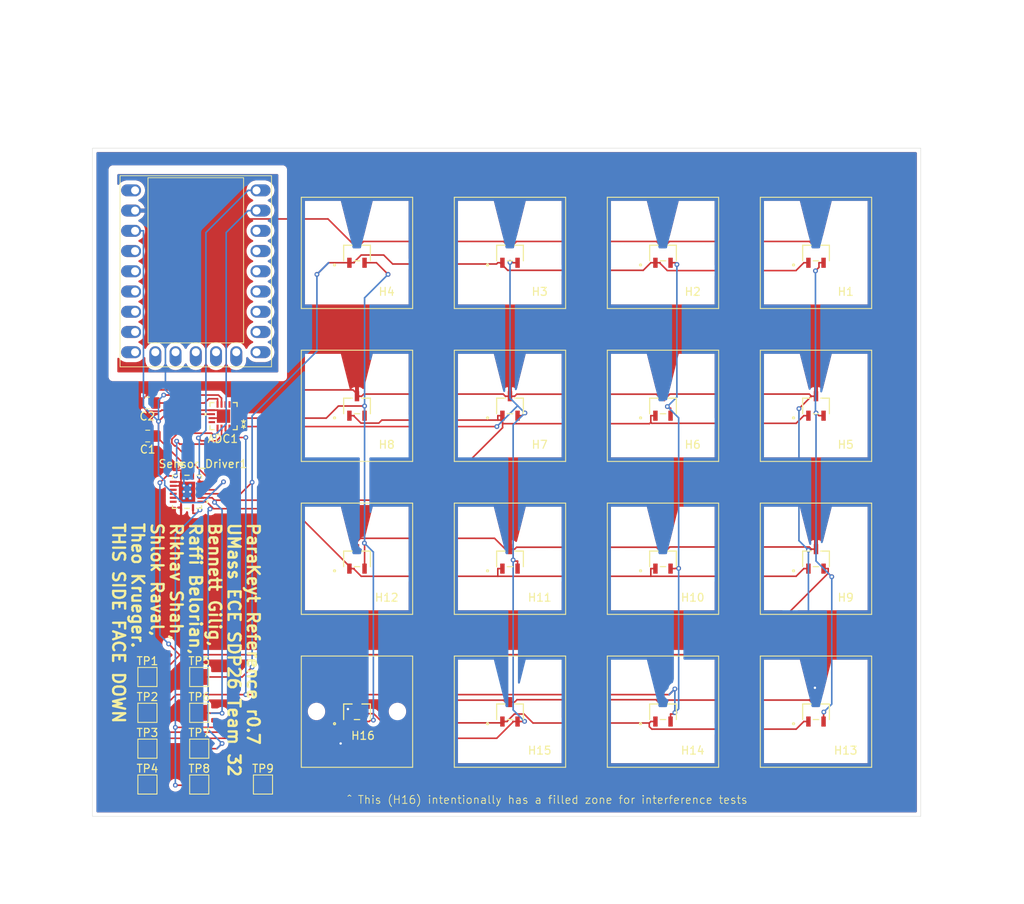
<source format=kicad_pcb>
(kicad_pcb (version 20241229) (generator "pcbnew") (generator_version "9.0")
  (title_block (title "ParaKeyt Reference Design") (date "2025-10-30") (rev "0.7") (company "UMass ECE SDP26 Team 32") (comment 1 "Bennett Gilig, Raffi Belorian, Rikhav Shah, Shlok Raval, Theo Krueger"))
  (layers (0 "F.Cu" signal) (2 "B.Cu" signal) (13 "F.Paste" user) (15 "B.Paste" user) (5 "F.SilkS" user "F.Silkscreen") (7 "B.SilkS" user "B.Silkscreen") (1 "F.Mask" user) (3 "B.Mask" user) (25 "Edge.Cuts" user))
  (net 0 "")
  (net 1 "GND")
  (net 2 "col0")
  (net 3 "i2c0_scl")
  (net 4 "i2c0_sda")
  (net 6 "col2")
  (net 7 "col3")
  (net 8 "+3.3V")
  (net 11 "col1")
  (net 12 "Net-(ADC1-DECAP)")
  (net 15 "row0")
  (net 16 "row1")
  (net 17 "+5V")
  (net 18 "row2")
  (net 19 "row3")
  (footprint "AH49FNTR_G1:SC59_DIO_KeyswitchOutline" (layer "F.Cu") (at 83.671 44.4278)
    (property "Reference" "H6")
    (property "Value" "AH49FNTR-G1")
  )
  (footprint "AH49FNTR_G1:SC59_DIO_KeyswitchOutline" (layer "F.Cu") (at 64.471 82.8278)
    (property "Reference" "H15")
    (property "Value" "AH49FNTR-G1")
  )
  (footprint "AH49FNTR_G1:SC59_DIO_KeyswitchOutline" (layer "F.Cu") (at 83.671 63.6278)
    (property "Reference" "H10")
    (property "Value" "AH49FNTR-G1")
  )
  (footprint "TestPoint:TestPoint_Pad_2.0x2.0mm" (layer "F.Cu") (at 19 78.5)
    (property "Reference" "TP1")
    (property "Value" "col0")
  )
  (footprint "AH49FNTR_G1:SC59_DIO_KeyswitchOutline" (layer "F.Cu") (at 83.671 25.2278)
    (property "Reference" "H2")
    (property "Value" "AH49FNTR-G1")
  )
  (footprint "AH49FNTR_G1:SC59_DIO_KeyswitchOutline" (layer "F.Cu") (at 102.871 25.2278)
    (property "Reference" "H1")
    (property "Value" "AH49FNTR-G1")
  )
  (footprint "AH49FNTR_G1:SC59_DIO_KeyswitchOutline" (layer "F.Cu") (at 45.271 25.2278)
    (property "Reference" "H4")
    (property "Value" "AH49FNTR-G1")
  )
  (footprint "TestPoint:TestPoint_Pad_2.0x2.0mm" (layer "F.Cu") (at 19 87.5)
    (property "Reference" "TP3")
    (property "Value" "col2")
  )
  (footprint "TestPoint:TestPoint_Pad_2.0x2.0mm" (layer "F.Cu") (at 19 83)
    (property "Reference" "TP2")
    (property "Value" "col1")
  )
  (footprint "RP2040-Zero:rp2040-zero-tht" (layer "F.Cu") (at 25.07 27.56)
    (property "Reference" "MCU1" (hide yes))
    (property "Value" "RP2040-Zero" (hide yes))
  )
  (footprint "TestPoint:TestPoint_Pad_2.0x2.0mm" (layer "F.Cu") (at 25.5 87.5)
    (property "Reference" "TP7")
    (property "Value" "row2")
  )
  (footprint "AH49FNTR_G1:SC59_DIO_KeyswitchOutline" (layer "F.Cu") (at 64.471 25.2278)
    (property "Reference" "H3")
    (property "Value" "AH49FNTR-G1")
  )
  (footprint "AH49FNTR_G1:SC59_DIO_KeyswitchOutline" (layer "F.Cu") (at 83.671 82.8278)
    (property "Reference" "H14")
    (property "Value" "AH49FNTR-G1")
  )
  (footprint "TestPoint:TestPoint_Pad_2.0x2.0mm" (layer "F.Cu") (at 25.5 92)
    (property "Reference" "TP8")
    (property "Value" "row3")
  )
  (footprint "AH49FNTR_G1:SC59_DIO_KeyswitchOutline" (layer "F.Cu") (at 102.871 82.8278)
    (property "Reference" "H13")
    (property "Value" "AH49FNTR-G1")
  )
  (footprint "TestPoint:TestPoint_Pad_2.0x2.0mm" (layer "F.Cu") (at 25.5 83)
    (property "Reference" "TP6")
    (property "Value" "row1")
  )
  (footprint "AH49FNTR_G1:SC59_DIO_KeyswitchOutline" (layer "F.Cu") (at 64.471 63.6278)
    (property "Reference" "H11")
    (property "Value" "AH49FNTR-G1")
  )
  (footprint "TestPoint:TestPoint_Pad_2.0x2.0mm" (layer "F.Cu") (at 33.5 92)
    (property "Reference" "TP9")
    (property "Value" "GND")
  )
  (footprint "AH49FNTR_G1:SC59_DIO_KeyswitchOutline" (layer "F.Cu") (at 45.271 63.6278)
    (property "Reference" "H12")
    (property "Value" "AH49FNTR-G1")
  )
  (footprint "AH49FNTR_G1:SC59_DIO_KeyswitchOutline" (layer "F.Cu") (at 45.271 44.4278)
    (property "Reference" "H8")
    (property "Value" "AH49FNTR-G1")
  )
  (footprint "Capacitor_SMD:C_0805_2012Metric_Pad1.18x1.45mm_HandSolder" (layer "F.Cu") (at 18.9875 44.1 180)
    (property "Reference" "C2")
    (property "Value" "2uF")
  )
  (footprint "Capacitor_SMD:C_0805_2012Metric_Pad1.18x1.45mm_HandSolder" (layer "F.Cu") (at 19.0375 48.25 180)
    (property "Reference" "C1")
    (property "Value" "2uF")
  )
  (footprint "TestPoint:TestPoint_Pad_2.0x2.0mm" (layer "F.Cu") (at 25.5 78.5)
    (property "Reference" "TP5")
    (property "Value" "row0")
  )
  (footprint "AH49FNTR_G1:SC59_DIO_KeyswitchOutline" (layer "F.Cu") (at 102.871 44.4278)
    (property "Reference" "H5")
    (property "Value" "AH49FNTR-G1")
  )
  (footprint "TestPoint:TestPoint_Pad_2.0x2.0mm" (layer "F.Cu") (at 19 92)
    (property "Reference" "TP4")
    (property "Value" "col3")
  )
  (footprint "AH49FNTR_G1:SC59_DIO_KeyswitchOutline_NoRuleArea" (layer "F.Cu") (at 45.271 82.8278)
    (property "Reference" "H16")
    (property "Value" "AH49FNTR-G1")
  )
  (footprint "TLC59208FIRGYR:RGY16_2P55X2P05" (layer "F.Cu") (at 23.967 55.25)
    (property "Reference" "Sensor_Driver1")
    (property "Value" "TLC59108IRGYR")
  )
  (footprint "AH49FNTR_G1:SC59_DIO_KeyswitchOutline" (layer "F.Cu") (at 64.471 44.4278)
    (property "Reference" "H7")
    (property "Value" "AH49FNTR-G1")
  )
  (footprint "AH49FNTR_G1:SC59_DIO_KeyswitchOutline" (layer "F.Cu") (at 102.871 63.6278)
    (property "Reference" "H9")
    (property "Value" "AH49FNTR-G1")
  )
  (footprint "TLA2528IRTER:WQFN16_RTE_TEX" (layer "F.Cu") (at 28.55 45.75 180)
    (property "Reference" "ADC1")
    (property "Value" "TLA2528IRTER")
  )
  (gr_rect (start 12.1 12.1) (end 116.05 96) (stroke (width 0.05)) (fill no) (layer "Edge.Cuts"))
  (gr_text "^ This (H16) intentionally has a filled zone for interference tests" (at 44 94.5 0) (layer "F.SilkS") (effects (font (size 1 1) (thickness 0.1)) (justify left bottom)))
  (gr_text "ParaKeyt Reference r0.7\nUMass ECE SDP26 Team 32\nBennett Gilig,\nRaffi Belorian,\nRikhav Shah,\nShlok Raval,\nTheo Krueger.\nTHIS SIDE FACE DOWN" (at 14.5 59 270) (layer "F.SilkS") (effects (font (size 1.5 1.5) (thickness 0.3) (bold yes)) (justify left bottom)))
  (segment (start 45.3 81.65) (end 44.7189 81.65) (width 0.2) (layer "F.Cu") (net 1))
  (segment (start 102.0672 81.3983) (end 102.7619 80.7036) (width 0.2) (layer "F.Cu") (net 1))
  (segment (start 45.3 24.05) (end 45.8811 24.05) (width 0.2) (layer "F.Cu") (net 1))
  (segment (start 65.3381 42.993) (end 65.0811 43.25) (width 0.2) (layer "F.Cu") (net 1))
  (segment (start 83.1189 43.25) (end 82.8619 42.993) (width 0.2) (layer "F.Cu") (net 1))
  (segment (start 22.9607 54) (end 23.217 54) (width 0.2) (layer "F.Cu") (net 1))
  (segment (start 46.1217 81.4094) (end 63.6783 81.4094) (width 0.2) (layer "F.Cu") (net 1))
  (segment (start 22.2983 52.5483) (end 23.217 52.5483) (width 0.2) (layer "F.Cu") (net 1))
  (segment (start 64.5 81.65) (end 63.9189 81.65) (width 0.2) (layer "F.Cu") (net 1))
  (segment (start 64.5 62.45) (end 63.9189 62.45) (width 0.2) (layer "F.Cu") (net 1))
  (segment (start 102.3189 43.25) (end 102.0486 42.9797) (width 0.2) (layer "F.Cu") (net 1))
  (segment (start 64.5 62.45) (end 65.0811 62.45) (width 0.2) (layer "F.Cu") (net 1))
  (segment (start 45.7258 61.0875) (end 45.3 61.5133) (width 0.2) (layer "F.Cu") (net 1))
  (segment (start 22.9981 54.4626) (end 22.9607 54.5) (width 0.2) (layer "F.Cu") (net 1))
  (segment (start 38.095 92) (end 43.2459 86.8491) (width 0.2) (layer "F.Cu") (net 1))
  (segment (start 83.7 24.05) (end 84.2811 24.05) (width 0.2) (layer "F.Cu") (net 1))
  (segment (start 19.5957 42.4543) (end 44.7949 42.4543) (width 0.2) (layer "F.Cu") (net 1))
  (segment (start 17.95 44.1) (end 19.5957 42.4543) (width 0.2) (layer "F.Cu") (net 1))
  (segment (start 44.1603 82.5267) (end 44.7189 81.9681) (width 0.2) (layer "F.Cu") (net 1))
  (segment (start 45.8811 43.25) (end 46.1507 42.9804) (width 0.2) (layer "F.Cu") (net 1))
  (segment (start 23.5733 56.0374) (end 23.5733 56.142) (width 0.2) (layer "F.Cu") (net 1))
  (segment (start 62.5564 61.0875) (end 45.7258 61.0875) (width 0.2) (layer "F.Cu") (net 1))
  (segment (start 18.9852 45.1352) (end 18.9852 47.2648) (width 0.2) (layer "F.Cu") (net 1))
  (segment (start 18.9852 47.2648) (end 18 48.25) (width 0.2) (layer "F.Cu") (net 1))
  (segment (start 24.3607 55.25) (end 23.967 55.25) (width 0.2) (layer "F.Cu") (net 1))
  (segment (start 65.3218 62.2093) (end 65.0811 62.45) (width 0.2) (layer "F.Cu") (net 1))
  (segment (start 44.7949 42.4543) (end 45.5906 43.25) (width 0.2) (layer "F.Cu") (net 1))
  (segment (start 45.3 62.45) (end 45.3 61.5133) (width 0.2) (layer "F.Cu") (net 1))
  (segment (start 84.3876 81.3983) (end 102.0672 81.3983) (width 0.2) (layer "F.Cu") (net 1))
  (segment (start 23.217 57.225) (end 23.217 56.4983) (width 0.2) (layer "F.Cu") (net 1))
  (segment (start 102.3189 43.25) (end 100.7584 44.8105) (width 0.2) (layer "F.Cu") (net 1))
  (segment (start 102.3189 62.45) (end 102.0486 62.1797) (width 0.2) (layer "F.Cu") (net 1))
  (segment (start 28.3 46) (end 27.0768 46) (width 0.2) (layer "F.Cu") (net 1))
  (segment (start 33.5 92) (end 38.095 92) (width 0.2) (layer "F.Cu") (net 1))
  (segment (start 17.95 44.1) (end 18.9852 45.1352) (width 0.2) (layer "F.Cu") (net 1))
  (segment (start 102.3189 81.65) (end 102.0672 81.3983) (width 0.2) (layer "F.Cu") (net 1))
  (segment (start 65.379 81.3521) (end 65.0811 81.65) (width 0.2) (layer "F.Cu") (net 1))
  (segment (start 83.7 62.45) (end 83.1189 62.45) (width 0.2) (layer "F.Cu") (net 1))
  (segment (start 84.2811 24.05) (end 84.5157 23.8154) (width 0.2) (layer "F.Cu") (net 1))
  (segment (start 45.5906 43.25) (end 45.8811 43.25) (width 0.2) (layer "F.Cu") (net 1))
  (segment (start 23.217 54.1063) (end 23.5733 54.4626) (width 0.2) (layer "F.Cu") (net 1))
  (segment (start 24.3607 54.4626) (end 23.5733 54.4626) (width 0.2) (layer "F.Cu") (net 1))
  (segment (start 84.5514 42.9797) (end 84.2811 43.25) (width 0.2) (layer "F.Cu") (net 1))
  (segment (start 28.55 45.75) (end 28.3 46) (width 0.2) (layer "F.Cu") (net 1))
  (segment (start 20.641 45.1352) (end 20.7762 45) (width 0.2) (layer "F.Cu") (net 1))
  (segment (start 27.0768 45) (end 27.8 45) (width 0.2) (layer "F.Cu") (net 1))
  (segment (start 23.217 53.275) (end 23.217 52.5483) (width 0.2) (layer "F.Cu") (net 1))
  (segment (start 41.6606 20.9917) (end 44.7189 24.05) (width 0.2) (layer "F.Cu") (net 1))
  (segment (start 63.6783 81.4094) (end 63.9189 81.65) (width 0.2) (layer "F.Cu") (net 1))
  (segment (start 23.5733 56.142) (end 23.217 56.4983) (width 0.2) (layer "F.Cu") (net 1))
  (segment (start 22.234 54) (end 22.9607 54) (width 0.2) (layer "F.Cu") (net 1))
  (segment (start 83.7 43.25) (end 83.1189 43.25) (width 0.2) (layer "F.Cu") (net 1))
  (segment (start 64.5 43.25) (end 65.0811 43.25) (width 0.2) (layer "F.Cu") (net 1))
  (segment (start 83.1189 81.65) (end 82.821 81.3521) (width 0.2) (layer "F.Cu") (net 1))
  (segment (start 45.0095 24.05) (end 44.7189 24.05) (width 0.2) (layer "F.Cu") (net 1))
  (segment (start 83.9906 81.65) (end 83.7 81.65) (width 0.2) (layer "F.Cu") (net 1))
  (segment (start 45.8811 24.05) (end 46.1157 23.8154) (width 0.2) (layer "F.Cu") (net 1))
  (segment (start 83.1189 62.45) (end 82.8782 62.2093) (width 0.2) (layer "F.Cu") (net 1))
  (segment (start 83.4095 24.05) (end 83.1189 24.05) (width 0.2) (layer "F.Cu") (net 1))
  (segment (start 64.5 81.65) (end 65.0811 81.65) (width 0.2) (layer "F.Cu") (net 1))
  (segment (start 45.3 43.25) (end 45.5906 43.25) (width 0.2) (layer "F.Cu") (net 1))
  (segment (start 19.5534 20.9917) (end 41.6606 20.9917) (width 0.2) (layer "F.Cu") (net 1))
  (segment (start 18.5017 19.94) (end 19.5534 20.9917) (width 0.2) (layer "F.Cu") (net 1))
  (segment (start 83.4095 24.05) (end 83.7 24.05) (width 0.2) (layer "F.Cu") (net 1))
  (segment (start 65.3157 23.8154) (end 82.8843 23.8154) (width 0.2) (layer "F.Cu") (net 1))
  (segment (start 45.8811 81.65) (end 46.1217 81.4094) (width 0.2) (layer "F.Cu") (net 1))
  (segment (start 102.7619 80.7036) (end 102.7619 79.8575) (width 0.2) (layer "F.Cu") (net 1))
  (segment (start 83.7 43.25) (end 84.2811 43.25) (width 0.2) (layer "F.Cu") (net 1))
  (segment (start 102.0486 62.1797) (end 84.5514 62.1797) (width 0.2) (layer "F.Cu") (net 1))
  (segment (start 83.7 81.65) (end 83.1189 81.65) (width 0.2) (layer "F.Cu") (net 1))
  (segment (start 64.5 24.05) (end 65.0811 24.05) (width 0.2) (layer "F.Cu") (net 1))
  (segment (start 17.45 19.94) (end 18.5017 19.94) (width 0.2) (layer "F.Cu") (net 1))
  (segment (start 64.5 43.25) (end 63.9189 43.25) (width 0.2) (layer "F.Cu") (net 1))
  (segment (start 102.9 43.25) (end 102.3189 43.25) (width 0.2) (layer "F.Cu") (net 1))
  (segment (start 102.9 62.45) (end 102.3189 62.45) (width 0.2) (layer "F.Cu") (net 1))
  (segment (start 83.9906 62.45) (end 84.2811 62.45) (width 0.2) (layer "F.Cu") (net 1))
  (segment (start 23.217 53.275) (end 23.217 54) (width 0.2) (layer "F.Cu") (net 1))
  (segment (start 83.9906 62.45) (end 83.7 62.45) (width 0.2) (layer "F.Cu") (net 1))
  (segment (start 46.1507 42.9804) (end 63.6493 42.9804) (width 0.2) (layer "F.Cu") (net 1))
  (segment (start 101.9473 62.5692) (end 102.1997 62.5692) (width 0.2) (layer "F.Cu") (net 1))
  (segment (start 102.0486 42.9797) (end 84.5514 42.9797) (width 0.2) (layer "F.Cu") (net 1))
  (segment (start 18 48.25) (end 22.2983 52.5483) (width 0.2) (layer "F.Cu") (net 1))
  (segment (start 84.5157 23.8154) (end 102.0843 23.8154) (width 0.2) (layer "F.Cu") (net 1))
  (segment (start 23.5733 55.25) (end 23.967 55.25) (width 0.2) (layer "F.Cu") (net 1))
  (segment (start 63.6843 23.8154) (end 63.9189 24.05) (width 0.2) (layer "F.Cu") (net 1))
  (segment (start 23.5733 54.4626) (end 22.9981 54.4626) (width 0.2) (layer "F.Cu") (net 1))
  (segment (start 64.5 24.05) (end 63.9189 24.05) (width 0.2) (layer "F.Cu") (net 1))
  (segment (start 27.8 45) (end 28.55 45.75) (width 0.2) (layer "F.Cu") (net 1))
  (segment (start 83.9906 81.65) (end 84.1359 81.65) (width 0.2) (layer "F.Cu") (net 1))
  (segment (start 63.6493 42.9804) (end 63.9189 43.25) (width 0.2) (layer "F.Cu") (net 1))
  (segment (start 82.8782 62.2093) (end 65.3218 62.2093) (width 0.2) (layer "F.Cu") (net 1))
  (segment (start 102.0843 23.8154) (end 102.3189 24.05) (width 0.2) (layer "F.Cu") (net 1))
  (segment (start 46.1157 23.8154) (end 63.6843 23.8154) (width 0.2) (layer "F.Cu") (net 1))
  (segment (start 18.9852 45.1352) (end 20.641 45.1352) (width 0.2) (layer "F.Cu") (net 1))
  (segment (start 82.821 81.3521) (end 65.379 81.3521) (width 0.2) (layer "F.Cu") (net 1))
  (segment (start 23.217 54) (end 23.217 54.1063) (width 0.2) (layer "F.Cu") (net 1))
  (segment (start 45.0095 24.05) (end 45.3 24.05) (width 0.2) (layer "F.Cu") (net 1))
  (segment (start 102.9 81.65) (end 102.3189 81.65) (width 0.2) (layer "F.Cu") (net 1))
  (segment (start 63.9189 62.45) (end 62.5564 61.0875) (width 0.2) (layer "F.Cu") (net 1))
  (segment (start 82.8843 23.8154) (end 83.1189 24.05) (width 0.2) (layer "F.Cu") (net 1))
  (segment (start 84.5514 62.1797) (end 84.2811 62.45) (width 0.2) (layer "F.Cu") (net 1))
  (segment (start 20.7762 45) (end 27.0768 45) (width 0.2) (layer "F.Cu") (net 1))
  (segment (start 45.3 81.65) (end 45.8811 81.65) (width 0.2) (layer "F.Cu") (net 1))
  (segment (start 44.7189 81.9681) (end 44.7189 81.65) (width 0.2) (layer "F.Cu") (net 1))
  (segment (start 102.1997 62.5692) (end 102.3189 62.45) (width 0.2) (layer "F.Cu") (net 1))
  (segment (start 65.0811 24.05) (end 65.3157 23.8154) (width 0.2) (layer "F.Cu") (net 1))
  (segment (start 102.9 24.05) (end 102.3189 24.05) (width 0.2) (layer "F.Cu") (net 1))
  (segment (start 84.1359 81.65) (end 84.3876 81.3983) (width 0.2) (layer "F.Cu") (net 1))
  (segment (start 22.234 54.5) (end 22.9607 54.5) (width 0.2) (layer "F.Cu") (net 1))
  (segment (start 82.8619 42.993) (end 65.3381 42.993) (width 0.2) (layer "F.Cu") (net 1))
  (via (at 43.2459 86.8491) (size 0.6) (drill 0.3) (layers "F.Cu" "B.Cu") (net 1))
  (via (at 100.7584 44.8105) (size 0.6) (drill 0.3) (layers "F.Cu" "B.Cu") (net 1))
  (via (at 102.7619 79.8575) (size 0.6) (drill 0.3) (layers "F.Cu" "B.Cu") (net 1))
  (via (at 44.1603 82.5267) (size 0.6) (drill 0.3) (layers "F.Cu" "B.Cu") (net 1))
  (via (at 101.9473 62.5692) (size 0.6) (drill 0.3) (layers "F.Cu" "B.Cu") (net 1))
  (segment (start 23.5733 54.4626) (end 23.5733 44.7781) (width 0.2) (layer "B.Cu") (net 1))
  (segment (start 100.7584 61.3803) (end 101.9473 62.5692) (width 0.2) (layer "B.Cu") (net 1))
  (segment (start 24.3607 56.0374) (end 24.3607 55.25) (width 0.2) (layer "B.Cu") (net 1))
  (segment (start 44.1603 85.9347) (end 44.1603 82.5267) (width 0.2) (layer "B.Cu") (net 1))
  (segment (start 21.26 22.6983) (end 18.5017 19.94) (width 0.2) (layer "B.Cu") (net 1))
  (segment (start 21.26 42.4649) (end 21.26 22.6983) (width 0.2) (layer "B.Cu") (net 1))
  (segment (start 23.5733 56.0374) (end 23.5733 55.25) (width 0.2) (layer "B.Cu") (net 1))
  (segment (start 43.2459 86.8491) (end 44.1603 85.9347) (width 0.2) (layer "B.Cu") (net 1))
  (segment (start 23.5733 44.7781) (end 21.2601 42.4649) (width 0.2) (layer "B.Cu") (net 1))
  (segment (start 17.45 19.94) (end 18.5017 19.94) (width 0.2) (layer "B.Cu") (net 1))
  (segment (start 21.2601 42.4649) (end 21.26 42.4649) (width 0.2) (layer "B.Cu") (net 1))
  (segment (start 102.7619 79.8575) (end 101.9473 79.0429) (width 0.2) (layer "B.Cu") (net 1))
  (segment (start 101.9473 79.0429) (end 101.9473 62.5692) (width 0.2) (layer "B.Cu") (net 1))
  (segment (start 24.3607 54.4626) (end 24.3607 55.25) (width 0.2) (layer "B.Cu") (net 1))
  (segment (start 100.7584 44.8105) (end 100.7584 61.3803) (width 0.2) (layer "B.Cu") (net 1))
  (segment (start 102.9305 45.35) (end 103.2689 45.6884) (width 0.2) (layer "F.Cu") (net 2))
  (segment (start 103.2689 27.0695) (end 102.8301 27.5083) (width 0.2) (layer "F.Cu") (net 2))
  (segment (start 22.6705 48.8857) (end 23.0483 49.2635) (width 0.2) (layer "F.Cu") (net 2))
  (segment (start 103.85 45.6884) (end 103.2689 45.6884) (width 0.2) (layer "F.Cu") (net 2))
  (segment (start 21.4252 53.2541) (end 20.5666 54.1127) (width 0.2) (layer "F.Cu") (net 2))
  (segment (start 19 78.5) (end 20.3017 78.5) (width 0.2) (layer "F.Cu") (net 2))
  (segment (start 104.4311 64.8884) (end 104.4311 65.4695) (width 0.2) (layer "F.Cu") (net 2))
  (segment (start 23.02 75.7038) (end 23.02 75.7817) (width 0.2) (layer "F.Cu") (net 2))
  (segment (start 103.85 82.9294) (end 103.85 84.0884) (width 0.2) (layer "F.Cu") (net 2))
  (segment (start 23.0483 49.2635) (end 27.8257 49.2635) (width 0.2) (layer "F.Cu") (net 2))
  (segment (start 27.8257 49.2635) (end 28.8 48.2892) (width 0.2) (layer "F.Cu") (net 2))
  (segment (start 102.9 45.35) (end 102.9305 45.35) (width 0.2) (layer "F.Cu") (net 2))
  (segment (start 103.8801 82.8993) (end 103.85 82.9294) (width 0.2) (layer "F.Cu") (net 2))
  (segment (start 94.1968 75.7038) (end 23.02 75.7038) (width 0.2) (layer "F.Cu") (net 2))
  (segment (start 22.5267 53.2541) (end 21.4252 53.2541) (width 0.2) (layer "F.Cu") (net 2))
  (segment (start 28.8 48.2892) (end 28.8 47.2232) (width 0.2) (layer "F.Cu") (net 2))
  (segment (start 21.6662 74.35) (end 23.02 75.7038) (width 0.2) (layer "F.Cu") (net 2))
  (segment (start 23.02 75.7817) (end 20.3017 78.5) (width 0.2) (layer "F.Cu") (net 2))
  (segment (start 103.85 64.8884) (end 104.4311 64.8884) (width 0.2) (layer "F.Cu") (net 2))
  (segment (start 103.85 26.4884) (end 103.2689 26.4884) (width 0.2) (layer "F.Cu") (net 2))
  (segment (start 103.2689 26.4884) (end 103.2689 27.0695) (width 0.2) (layer "F.Cu") (net 2))
  (segment (start 104.4311 65.4695) (end 94.1968 75.7038) (width 0.2) (layer "F.Cu") (net 2))
  (segment (start 104.4311 65.4695) (end 104.8755 65.9139) (width 0.2) (layer "F.Cu") (net 2))
  (via (at 22.6705 48.8857) (size 0.6) (drill 0.3) (layers "F.Cu" "B.Cu") (net 2))
  (via (at 21.6662 74.35) (size 0.6) (drill 0.3) (layers "F.Cu" "B.Cu") (net 2))
  (via (at 103.8801 82.8993) (size 0.6) (drill 0.3) (layers "F.Cu" "B.Cu") (net 2))
  (via (at 22.5267 53.2541) (size 0.6) (drill 0.3) (layers "F.Cu" "B.Cu") (net 2))
  (via (at 20.5666 54.1127) (size 0.6) (drill 0.3) (layers "F.Cu" "B.Cu") (net 2))
  (via (at 102.8301 27.5083) (size 0.6) (drill 0.3) (layers "F.Cu" "B.Cu") (net 2))
  (via (at 104.8755 65.9139) (size 0.6) (drill 0.3) (layers "F.Cu" "B.Cu") (net 2))
  (via (at 102.9 45.35) (size 0.6) (drill 0.3) (layers "F.Cu" "B.Cu") (net 2))
  (segment (start 102.8301 27.5083) (end 102.8301 45.2801) (width 0.2) (layer "B.Cu") (net 2))
  (segment (start 22.6705 53.1103) (end 22.6705 48.8857) (width 0.2) (layer "B.Cu") (net 2))
  (segment (start 104.8755 65.9139) (end 104.8755 81.9039) (width 0.2) (layer "B.Cu") (net 2))
  (segment (start 104.8755 65.9139) (end 102.9 63.9384) (width 0.2) (layer "B.Cu") (net 2))
  (segment (start 102.8301 45.2801) (end 102.9 45.35) (width 0.2) (layer "B.Cu") (net 2))
  (segment (start 104.8755 81.9039) (end 103.8801 82.8993) (width 0.2) (layer "B.Cu") (net 2))
  (segment (start 20.5666 73.2504) (end 21.6662 74.35) (width 0.2) (layer "B.Cu") (net 2))
  (segment (start 22.5267 53.2541) (end 22.6705 53.1103) (width 0.2) (layer "B.Cu") (net 2))
  (segment (start 102.9 63.9384) (end 102.9 45.35) (width 0.2) (layer "B.Cu") (net 2))
  (segment (start 20.5666 54.1127) (end 20.5666 73.2504) (width 0.2) (layer "B.Cu") (net 2))
  (segment (start 27.0475 47.8903) (end 22.8151 47.8903) (width 0.2) (layer "F.Cu") (net 3))
  (segment (start 25.7 54.5) (end 26.4267 54.5) (width 0.2) (layer "F.Cu") (net 3))
  (segment (start 22.5726 49.4874) (end 26.4267 53.3415) (width 0.2) (layer "F.Cu") (net 3))
  (segment (start 27.3847 48.2275) (end 27.0475 47.8903) (width 0.2) (layer "F.Cu") (net 3))
  (segment (start 27.8 47.2232) (end 27.8 47.9313) (width 0.2) (layer "F.Cu") (net 3))
  (segment (start 22.8151 47.8903) (end 22.0688 48.6366) (width 0.2) (layer "F.Cu") (net 3))
  (segment (start 26.4267 53.3415) (end 26.4267 54.5) (width 0.2) (layer "F.Cu") (net 3))
  (segment (start 22.0688 48.6366) (end 22.0688 49.1348) (width 0.2) (layer "F.Cu") (net 3))
  (segment (start 22.4214 49.4874) (end 22.5726 49.4874) (width 0.2) (layer "F.Cu") (net 3))
  (segment (start 22.0688 49.1348) (end 22.4214 49.4874) (width 0.2) (layer "F.Cu") (net 3))
  (segment (start 27.3847 48.2275) (end 27.6809 47.9313) (width 0.2) (layer "F.Cu") (net 3))
  (segment (start 27.6809 47.9313) (end 27.8 47.9313) (width 0.2) (layer "F.Cu") (net 3))
  (via (at 27.3847 48.2275) (size 0.6) (drill 0.3) (layers "F.Cu" "B.Cu") (net 3))
  (segment (start 31.6383 19.94) (end 28.88 22.6983) (width 0.2) (layer "B.Cu") (net 3))
  (segment (start 28.88 46.7322) (end 27.3847 48.2275) (width 0.2) (layer "B.Cu") (net 3))
  (segment (start 32.69 19.94) (end 31.6383 19.94) (width 0.2) (layer "B.Cu") (net 3))
  (segment (start 28.88 22.6983) (end 28.88 46.7322) (width 0.2) (layer "B.Cu") (net 3))
  (segment (start 25.5129 53.3089) (end 25.5129 53.3404) (width 0.2) (layer "F.Cu") (net 4))
  (segment (start 25.5129 53.3404) (end 25.5129 53.3089) (width 0.2) (layer "F.Cu") (net 4))
  (segment (start 25.7 54) (end 25.5129 53.8129) (width 0.2) (layer "F.Cu") (net 4))
  (segment (start 28.3 48.2181) (end 28.3 47.2232) (width 0.2) (layer "F.Cu") (net 4))
  (segment (start 27.6727 48.8454) (end 28.3 48.2181) (width 0.2) (layer "F.Cu") (net 4))
  (segment (start 25.7445 48.8454) (end 27.6727 48.8454) (width 0.2) (layer "F.Cu") (net 4))
  (segment (start 25.3911 48.492) (end 25.7445 48.8454) (width 0.2) (layer "F.Cu") (net 4))
  (segment (start 25.5129 53.8129) (end 25.5129 53.3089) (width 0.2) (layer "F.Cu") (net 4))
  (via (at 25.5129 53.3089) (size 0.6) (drill 0.3) (layers "F.Cu" "B.Cu") (net 4))
  (via (at 25.3911 48.492) (size 0.6) (drill 0.3) (layers "F.Cu" "B.Cu") (net 4))
  (segment (start 26.34 22.6983) (end 26.34 47.5431) (width 0.2) (layer "B.Cu") (net 4))
  (segment (start 25.5129 53.3404) (end 25.5129 53.3089) (width 0.2) (layer "B.Cu") (net 4))
  (segment (start 25.5129 53.3089) (end 25.5129 53.3404) (width 0.2) (layer "B.Cu") (net 4))
  (segment (start 26.34 47.5431) (end 25.3911 48.492) (width 0.2) (layer "B.Cu") (net 4))
  (segment (start 31.6383 17.4) (end 26.34 22.6983) (width 0.2) (layer "B.Cu") (net 4))
  (segment (start 25.5129 48.6138) (end 25.3911 48.492) (width 0.2) (layer "B.Cu") (net 4))
  (segment (start 32.69 17.4) (end 31.6383 17.4) (width 0.2) (layer "B.Cu") (net 4))
  (segment (start 25.5129 53.3089) (end 25.5129 48.6138) (width 0.2) (layer "B.Cu") (net 4))
  (segment (start 66.0497 84.0698) (end 66.3241 84.0698) (width 0.2) (layer "F.Cu") (net 6))
  (segment (start 65.7406 84.0884) (end 65.45 84.0884) (width 0.2) (layer "F.Cu") (net 6))
  (segment (start 65.45 63.9517) (end 65.0296 63.9517) (width 0.2) (layer "F.Cu") (net 6))
  (segment (start 65.45 26.4884) (end 64.8689 26.4884) (width 0.2) (layer "F.Cu") (net 6))
  (segment (start 66.3695 45.35) (end 66.0311 45.6884) (width 0.2) (layer "F.Cu") (net 6))
  (segment (start 20.3017 87.5) (end 21.6034 86.1983) (width 0.2) (layer "F.Cu") (net 6))
  (segment (start 65.45 45.6884) (end 66.0311 45.6884) (width 0.2) (layer "F.Cu") (net 6))
  (segment (start 21.6034 86.1983) (end 62.8316 86.1983) (width 0.2) (layer "F.Cu") (net 6))
  (segment (start 31.2902 47.0589) (end 30.7313 46.5) (width 0.2) (layer "F.Cu") (net 6))
  (segment (start 64.8247 26.4442) (end 64.8689 26.4884) (width 0.2) (layer "F.Cu") (net 6))
  (segment (start 65.7406 84.0884) (end 66.0311 84.0884) (width 0.2) (layer "F.Cu") (net 6))
  (segment (start 62.8316 86.1983) (end 64.8689 84.161) (width 0.2) (layer "F.Cu") (net 6))
  (segment (start 64.8689 84.161) (end 64.8689 84.0884) (width 0.2) (layer "F.Cu") (net 6))
  (segment (start 30.0232 46.5) (end 30.7313 46.5) (width 0.2) (layer "F.Cu") (net 6))
  (segment (start 62.8475 47.0589) (end 31.2902 47.0589) (width 0.2) (layer "F.Cu") (net 6))
  (segment (start 64.5 26.4442) (end 64.8247 26.4442) (width 0.2) (layer "F.Cu") (net 6))
  (segment (start 65.45 64.8884) (end 65.45 63.9517) (width 0.2) (layer "F.Cu") (net 6))
  (segment (start 66.0311 84.0884) (end 66.0497 84.0698) (width 0.2) (layer "F.Cu") (net 6))
  (segment (start 19 87.5) (end 20.3017 87.5) (width 0.2) (layer "F.Cu") (net 6))
  (segment (start 65.45 84.0884) (end 64.8689 84.0884) (width 0.2) (layer "F.Cu") (net 6))
  (segment (start 65.0296 63.9517) (end 64.8925 63.8146) (width 0.2) (layer "F.Cu") (net 6))
  (via (at 64.5 26.4442) (size 0.6) (drill 0.3) (layers "F.Cu" "B.Cu") (net 6))
  (via (at 66.3241 84.0698) (size 0.6) (drill 0.3) (layers "F.Cu" "B.Cu") (net 6))
  (via (at 66.3695 45.35) (size 0.6) (drill 0.3) (layers "F.Cu" "B.Cu") (net 6))
  (via (at 62.8475 47.0589) (size 0.6) (drill 0.3) (layers "F.Cu" "B.Cu") (net 6))
  (via (at 64.8925 63.8146) (size 0.6) (drill 0.3) (layers "F.Cu" "B.Cu") (net 6))
  (segment (start 65.463 44.4434) (end 62.8475 47.0589) (width 0.2) (layer "B.Cu") (net 6))
  (segment (start 64.8925 46.827) (end 66.3695 45.35) (width 0.2) (layer "B.Cu") (net 6))
  (segment (start 65.463 44.4434) (end 64.5 43.4805) (width 0.2) (layer "B.Cu") (net 6))
  (segment (start 64.8925 63.8146) (end 64.8925 46.827) (width 0.2) (layer "B.Cu") (net 6))
  (segment (start 64.8925 82.6382) (end 64.8925 63.8146) (width 0.2) (layer "B.Cu") (net 6))
  (segment (start 64.5 43.4805) (end 64.5 26.4442) (width 0.2) (layer "B.Cu") (net 6))
  (segment (start 66.3241 84.0698) (end 64.8925 82.6382) (width 0.2) (layer "B.Cu") (net 6))
  (segment (start 66.3695 45.35) (end 65.463 44.4434) (width 0.2) (layer "B.Cu") (net 6))
  (segment (start 46.5406 84.0884) (end 46.25 84.0884) (width 0.2) (layer "F.Cu") (net 7))
  (segment (start 18.6316 85.4267) (end 44.4032 85.4267) (width 0.2) (layer "F.Cu") (net 7))
  (segment (start 17.6983 89.3966) (end 17.6983 86.36) (width 0.2) (layer "F.Cu") (net 7))
  (segment (start 46.25 61.7158) (end 46.2234 61.6892) (width 0.2) (layer "F.Cu") (net 7))
  (segment (start 46.5406 84.0884) (end 46.8311 84.0884) (width 0.2) (layer "F.Cu") (net 7))
  (segment (start 19 92) (end 19 90.6983) (width 0.2) (layer "F.Cu") (net 7))
  (segment (start 47.001 83.9185) (end 46.8311 84.0884) (width 0.2) (layer "F.Cu") (net 7))
  (segment (start 41.4429 46) (end 42.9662 44.4767) (width 0.2) (layer "F.Cu") (net 7))
  (segment (start 42.9662 44.4767) (end 46.25 44.4767) (width 0.2) (layer "F.Cu") (net 7))
  (segment (start 46.25 64.8884) (end 46.25 61.7158) (width 0.2) (layer "F.Cu") (net 7))
  (segment (start 17.6983 86.36) (end 18.6316 85.4267) (width 0.2) (layer "F.Cu") (net 7))
  (segment (start 46.25 44.4767) (end 46.25 45.6884) (width 0.2) (layer "F.Cu") (net 7))
  (segment (start 47.3526 83.9185) (end 47.001 83.9185) (width 0.2) (layer "F.Cu") (net 7))
  (segment (start 19 90.6983) (end 17.6983 89.3966) (width 0.2) (layer "F.Cu") (net 7))
  (segment (start 47.7359 26.4884) (end 49.1975 27.95) (width 0.2) (layer "F.Cu") (net 7))
  (segment (start 46.25 84.0884) (end 45.6689 84.0884) (width 0.2) (layer "F.Cu") (net 7))
  (segment (start 45.6689 84.161) (end 45.6689 84.0884) (width 0.2) (layer "F.Cu") (net 7))
  (segment (start 44.4032 85.4267) (end 45.6689 84.161) (width 0.2) (layer "F.Cu") (net 7))
  (segment (start 30.0232 46) (end 41.4429 46) (width 0.2) (layer "F.Cu") (net 7))
  (segment (start 46.25 26.4884) (end 47.7359 26.4884) (width 0.2) (layer "F.Cu") (net 7))
  (via (at 49.1975 27.95) (size 0.6) (drill 0.3) (layers "F.Cu" "B.Cu") (net 7))
  (via (at 46.25 44.4767) (size 0.6) (drill 0.3) (layers "F.Cu" "B.Cu") (net 7))
  (via (at 47.3526 83.9185) (size 0.6) (drill 0.3) (layers "F.Cu" "B.Cu") (net 7))
  (via (at 46.2234 61.6892) (size 0.6) (drill 0.3) (layers "F.Cu" "B.Cu") (net 7))
  (segment (start 46.25 30.8975) (end 46.25 44.4767) (width 0.2) (layer "B.Cu") (net 7))
  (segment (start 46.2234 61.6892) (end 46.25 61.6626) (width 0.2) (layer "B.Cu") (net 7))
  (segment (start 46.25 61.6626) (end 46.25 44.4767) (width 0.2) (layer "B.Cu") (net 7))
  (segment (start 47.3526 62.8184) (end 47.3526 83.9185) (width 0.2) (layer "B.Cu") (net 7))
  (segment (start 49.1975 27.95) (end 46.25 30.8975) (width 0.2) (layer "B.Cu") (net 7))
  (segment (start 46.2234 61.6892) (end 47.3526 62.8184) (width 0.2) (layer "B.Cu") (net 7))
  (segment (start 27.5488 55) (end 28.5488 54) (width 0.2) (layer "F.Cu") (net 8))
  (segment (start 20.3915 47.9335) (end 20.3915 46.4027) (width 0.2) (layer "F.Cu") (net 8))
  (segment (start 28.5488 54) (end 27.5488 55) (width 0.2) (layer "F.Cu") (net 8))
  (segment (start 28.3 43.4923) (end 28.3 44.2768) (width 0.2) (layer "F.Cu") (net 8))
  (segment (start 20.075 48.25) (end 20.3915 47.9335) (width 0.2) (layer "F.Cu") (net 8))
  (segment (start 28.5488 54) (end 27.5488 55) (width 0.2) (layer "F.Cu") (net 8))
  (segment (start 27.5488 55) (end 25.7 55) (width 0.2) (layer "F.Cu") (net 8))
  (segment (start 24.3733 52.5483) (end 24.717 52.5483) (width 0.2) (layer "F.Cu") (net 8))
  (segment (start 21.0437 43.0994) (end 27.9071 43.0994) (width 0.2) (layer "F.Cu") (net 8))
  (segment (start 20.075 48.25) (end 24.3733 52.5483) (width 0.2) (layer "F.Cu") (net 8))
  (segment (start 24.717 53.275) (end 24.717 52.5483) (width 0.2) (layer "F.Cu") (net 8))
  (segment (start 21.2942 45.5) (end 27.0768 45.5) (width 0.2) (layer "F.Cu") (net 8))
  (segment (start 27.9071 43.0994) (end 28.3 43.4923) (width 0.2) (layer "F.Cu") (net 8))
  (segment (start 20.3915 46.4027) (end 21.2942 45.5) (width 0.2) (layer "F.Cu") (net 8))
  (via (at 21.0437 43.0994) (size 0.6) (drill 0.3) (layers "F.Cu" "B.Cu") (net 8))
  (via (at 20.3915 46.4027) (size 0.6) (drill 0.3) (layers "F.Cu" "B.Cu") (net 8))
  (via (at 28.5488 54) (size 0.6) (drill 0.3) (layers "F.Cu" "B.Cu") (net 8))
  (segment (start 21.1683 53.8635) (end 20.3916 53.0868) (width 0.2) (layer "B.Cu") (net 8))
  (segment (start 28.5488 54) (end 25.9546 56.5942) (width 0.2) (layer "B.Cu") (net 8))
  (segment (start 17.45 22.48) (end 18.5017 22.48) (width 0.2) (layer "B.Cu") (net 8))
  (segment (start 21.0437 43.0994) (end 20.3915 43.7516) (width 0.2) (layer "B.Cu") (net 8))
  (segment (start 25.9546 56.5942) (end 23.3359 56.5942) (width 0.2) (layer "B.Cu") (net 8))
  (segment (start 23.3359 56.5942) (end 21.1683 54.4266) (width 0.2) (layer "B.Cu") (net 8))
  (segment (start 20.3916 53.0868) (end 20.3915 53.0868) (width 0.2) (layer "B.Cu") (net 8))
  (segment (start 18.5017 44.5129) (end 20.3915 46.4027) (width 0.2) (layer "B.Cu") (net 8))
  (segment (start 20.3915 53.0868) (end 20.3915 46.4027) (width 0.2) (layer "B.Cu") (net 8))
  (segment (start 20.3915 43.7516) (end 20.3915 46.4027) (width 0.2) (layer "B.Cu") (net 8))
  (segment (start 27.5488 55) (end 28.5488 54) (width 0.2) (layer "B.Cu") (net 8))
  (segment (start 28.5488 54) (end 27.5488 55) (width 0.2) (layer "B.Cu") (net 8))
  (segment (start 21.1683 54.4266) (end 21.1683 53.8635) (width 0.2) (layer "B.Cu") (net 8))
  (segment (start 18.5017 22.48) (end 18.5017 44.5129) (width 0.2) (layer "B.Cu") (net 8))
  (segment (start 31.3427 80.7133) (end 84.473 80.7133) (width 0.2) (layer "F.Cu") (net 11))
  (segment (start 85.1872 79.9991) (end 84.473 80.7133) (width 0.2) (layer "F.Cu") (net 11))
  (segment (start 19 83) (end 20.3017 83) (width 0.2) (layer "F.Cu") (net 11))
  (segment (start 85.2311 26.5013) (end 85.4402 26.7104) (width 0.2) (layer "F.Cu") (net 11))
  (segment (start 85.2578 64.8617) (end 85.2311 64.8884) (width 0.2) (layer "F.Cu") (net 11))
  (segment (start 84.473 80.7133) (end 85.1872 79.9991) (width 0.2) (layer "F.Cu") (net 11))
  (segment (start 84.65 45.6884) (end 84.65 44.7517) (width 0.2) (layer "F.Cu") (net 11))
  (segment (start 84.65 84.0884) (end 84.65 83.1517) (width 0.2) (layer "F.Cu") (net 11))
  (segment (start 85.2311 26.4884) (end 85.2311 26.5013) (width 0.2) (layer "F.Cu") (net 11))
  (segment (start 84.65 64.8884) (end 85.2311 64.8884) (width 0.2) (layer "F.Cu") (net 11))
  (segment (start 84.4494 44.7517) (end 84.2431 44.5454) (width 0.2) (layer "F.Cu") (net 11))
  (segment (start 84.65 44.7517) (end 84.4494 44.7517) (width 0.2) (layer "F.Cu") (net 11))
  (segment (start 29.3 47.2232) (end 29.3 47.9313) (width 0.2) (layer "F.Cu") (net 11))
  (segment (start 84.65 83.1517) (end 85.0104 83.1517) (width 0.2) (layer "F.Cu") (net 11))
  (segment (start 85.6622 64.8617) (end 85.2578 64.8617) (width 0.2) (layer "F.Cu") (net 11))
  (segment (start 31.3427 48.4294) (end 29.7981 48.4294) (width 0.2) (layer "F.Cu") (net 11))
  (segment (start 29.7981 48.4294) (end 29.3 47.9313) (width 0.2) (layer "F.Cu") (net 11))
  (segment (start 84.65 26.4884) (end 85.2311 26.4884) (width 0.2) (layer "F.Cu") (net 11))
  (segment (start 84.473 80.7133) (end 85.1872 79.9991) (width 0.2) (layer "F.Cu") (net 11))
  (segment (start 85.0104 83.1517) (end 85.1872 82.9749) (width 0.2) (layer "F.Cu") (net 11))
  (segment (start 22.5884 80.7133) (end 20.3017 83) (width 0.2) (layer "F.Cu") (net 11))
  (segment (start 31.3427 80.7133) (end 22.5884 80.7133) (width 0.2) (layer "F.Cu") (net 11))
  (via (at 31.3427 80.7133) (size 0.6) (drill 0.3) (layers "F.Cu" "B.Cu") (net 11))
  (via (at 85.4402 26.7104) (size 0.6) (drill 0.3) (layers "F.Cu" "B.Cu") (net 11))
  (via (at 85.1872 82.9749) (size 0.6) (drill 0.3) (layers "F.Cu" "B.Cu") (net 11))
  (via (at 31.3427 48.4294) (size 0.6) (drill 0.3) (layers "F.Cu" "B.Cu") (net 11))
  (via (at 85.6622 64.8617) (size 0.6) (drill 0.3) (layers "F.Cu" "B.Cu") (net 11))
  (via (at 84.2431 44.5454) (size 0.6) (drill 0.3) (layers "F.Cu" "B.Cu") (net 11))
  (via (at 85.1872 79.9991) (size 0.6) (drill 0.3) (layers "F.Cu" "B.Cu") (net 11))
  (segment (start 85.1872 79.9991) (end 85.1872 82.9749) (width 0.2) (layer "B.Cu") (net 11))
  (segment (start 84.2431 44.5454) (end 85.6622 45.9645) (width 0.2) (layer "B.Cu") (net 11))
  (segment (start 85.4402 43.3484) (end 85.4401 43.3484) (width 0.2) (layer "B.Cu") (net 11))
  (segment (start 85.4402 26.7104) (end 85.4402 43.3484) (width 0.2) (layer "B.Cu") (net 11))
  (segment (start 85.6622 82.4999) (end 85.1872 82.9749) (width 0.2) (layer "B.Cu") (net 11))
  (segment (start 31.3427 48.4294) (end 31.3427 80.7133) (width 0.2) (layer "B.Cu") (net 11))
  (segment (start 85.6622 45.9645) (end 85.6622 64.8617) (width 0.2) (layer "B.Cu") (net 11))
  (segment (start 85.4401 43.3484) (end 84.2431 44.5454) (width 0.2) (layer "B.Cu") (net 11))
  (segment (start 85.6622 64.8617) (end 85.6622 82.4999) (width 0.2) (layer "B.Cu") (net 11))
  (segment (start 85.1872 79.9991) (end 84.473 80.7133) (width 0.2) (layer "B.Cu") (net 11))
  (segment (start 84.473 80.7133) (end 85.1872 79.9991) (width 0.2) (layer "B.Cu") (net 11))
  (segment (start 26.1801 44.1) (end 26.6127 43.6674) (width 0.2) (layer "F.Cu") (net 12))
  (segment (start 26.7114 43.5687) (end 27.8 43.5687) (width 0.2) (layer "F.Cu") (net 12))
  (segment (start 20.025 44.1) (end 26.1801 44.1) (width 0.2) (layer "F.Cu") (net 12))
  (segment (start 26.6127 43.6674) (end 26.7114 43.5687) (width 0.2) (layer "F.Cu") (net 12))
  (segment (start 26.6127 43.6674) (end 26.7114 43.5687) (width 0.2) (layer "F.Cu") (net 12))
  (segment (start 27.8 44.2768) (end 27.8 43.5687) (width 0.2) (layer "F.Cu") (net 12))
  (segment (start 84.2434 27.4733) (end 100.384 27.4733) (width 0.2) (layer "F.Cu") (net 15))
  (segment (start 44.6406 26.4884) (end 44.9311 26.4884) (width 0.2) (layer "F.Cu") (net 15))
  (segment (start 30.6867 55.5) (end 25.7 55.5) (width 0.2) (layer "F.Cu") (net 15))
  (segment (start 48.6478 25.5182) (end 49.7759 26.6463) (width 0.2) (layer "F.Cu") (net 15))
  (segment (start 100.384 27.4733) (end 101.3689 26.4884) (width 0.2) (layer "F.Cu") (net 15))
  (segment (start 44.6406 26.4884) (end 44.35 26.4884) (width 0.2) (layer "F.Cu") (net 15))
  (segment (start 41.7317 26.4884) (end 44.35 26.4884) (width 0.2) (layer "F.Cu") (net 15))
  (segment (start 81.2186 27.4387) (end 82.1689 26.4884) (width 0.2) (layer "F.Cu") (net 15))
  (segment (start 63.55 26.4884) (end 63.2595 26.4884) (width 0.2) (layer "F.Cu") (net 15))
  (segment (start 83.3311 26.561) (end 84.2434 27.4733) (width 0.2) (layer "F.Cu") (net 15))
  (segment (start 63.2595 26.4884) (end 64.2098 27.4387) (width 0.2) (layer "F.Cu") (net 15))
  (segment (start 30.8886 78.5) (end 32.1367 77.2519) (width 0.2) (layer "F.Cu") (net 15))
  (segment (start 82.75 26.4884) (end 83.3311 26.4884) (width 0.2) (layer "F.Cu") (net 15))
  (segment (start 25.5 78.5) (end 30.8886 78.5) (width 0.2) (layer "F.Cu") (net 15))
  (segment (start 44.9311 26.4884) (end 44.9311 26.4158) (width 0.2) (layer "F.Cu") (net 15))
  (segment (start 44.9311 26.4158) (end 45.8287 25.5182) (width 0.2) (layer "F.Cu") (net 15))
  (segment (start 62.811 26.6463) (end 62.9689 26.4884) (width 0.2) (layer "F.Cu") (net 15))
  (segment (start 63.2595 26.4884) (end 62.9689 26.4884) (width 0.2) (layer "F.Cu") (net 15))
  (segment (start 101.95 26.4884) (end 101.3689 26.4884) (width 0.2) (layer "F.Cu") (net 15))
  (segment (start 49.7759 26.6463) (end 62.811 26.6463) (width 0.2) (layer "F.Cu") (net 15))
  (segment (start 83.3311 26.4884) (end 83.3311 26.561) (width 0.2) (layer "F.Cu") (net 15))
  (segment (start 32.1367 54.05) (end 30.6867 55.5) (width 0.2) (layer "F.Cu") (net 15))
  (segment (start 40.2701 27.95) (end 41.7317 26.4884) (width 0.2) (layer "F.Cu") (net 15))
  (segment (start 41.7317 26.4884) (end 40.2701 27.95) (width 0.2) (layer "F.Cu") (net 15))
  (segment (start 82.75 26.4884) (end 82.1689 26.4884) (width 0.2) (layer "F.Cu") (net 15))
  (segment (start 64.2098 27.4387) (end 81.2186 27.4387) (width 0.2) (layer "F.Cu") (net 15))
  (segment (start 45.8287 25.5182) (end 48.6478 25.5182) (width 0.2) (layer "F.Cu") (net 15))
  (segment (start 40.2701 27.95) (end 41.7317 26.4884) (width 0.2) (layer "F.Cu") (net 15))
  (via (at 32.1367 54.05) (size 0.6) (drill 0.3) (layers "F.Cu" "B.Cu") (net 15))
  (via (at 32.1367 77.2519) (size 0.6) (drill 0.3) (layers "F.Cu" "B.Cu") (net 15))
  (via (at 40.2701 27.95) (size 0.6) (drill 0.3) (layers "F.Cu" "B.Cu") (net 15))
  (segment (start 40.2701 37.592) (end 40.2701 27.95) (width 0.2) (layer "B.Cu") (net 15))
  (segment (start 41.7317 26.4884) (end 40.2701 27.95) (width 0.2) (layer "B.Cu") (net 15))
  (segment (start 32.1367 54.05) (end 32.1367 45.7254) (width 0.2) (layer "B.Cu") (net 15))
  (segment (start 32.1367 77.2519) (end 32.1367 54.05) (width 0.2) (layer "B.Cu") (net 15))
  (segment (start 40.2701 27.95) (end 41.7317 26.4884) (width 0.2) (layer "B.Cu") (net 15))
  (segment (start 32.1367 45.7254) (end 40.2701 37.592) (width 0.2) (layer "B.Cu") (net 15))
  (segment (start 48.4095 46.248) (end 48.0324 46.6251) (width 0.2) (layer "F.Cu") (net 16))
  (segment (start 82.1689 46.5296) (end 82.289 46.6497) (width 0.2) (layer "F.Cu") (net 16))
  (segment (start 26.8517 83.05) (end 26.8017 83) (width 0.2) (layer "F.Cu") (net 16))
  (segment (start 27.1185 56) (end 27.4202 56.3017) (width 0.2) (layer "F.Cu") (net 16))
  (segment (start 28.3669 83.05) (end 27.0281 83.05) (width 0.2) (layer "F.Cu") (net 16))
  (segment (start 82.0033 46.6952) (end 82.1689 46.5296) (width 0.2) (layer "F.Cu") (net 16))
  (segment (start 44.35 45.6884) (end 44.9311 45.6884) (width 0.2) (layer "F.Cu") (net 16))
  (segment (start 28.3669 83.05) (end 26.8517 83.05) (width 0.2) (layer "F.Cu") (net 16))
  (segment (start 27.4202 56.3017) (end 54.4711 56.3017) (width 0.2) (layer "F.Cu") (net 16))
  (segment (start 82.1689 45.6884) (end 82.1689 46.5296) (width 0.2) (layer "F.Cu") (net 16))
  (segment (start 82.75 45.6884) (end 82.1689 45.6884) (width 0.2) (layer "F.Cu") (net 16))
  (segment (start 25.5 83) (end 26.8017 83) (width 0.2) (layer "F.Cu") (net 16))
  (segment (start 63.5706 46.4834) (end 63.3352 46.248) (width 0.2) (layer "F.Cu") (net 16))
  (segment (start 63.5706 47.2022) (end 63.5706 46.6952) (width 0.2) (layer "F.Cu") (net 16))
  (segment (start 45.7952 46.6251) (end 44.9311 45.761) (width 0.2) (layer "F.Cu") (net 16))
  (segment (start 63.5706 46.6952) (end 63.5706 46.4834) (width 0.2) (layer "F.Cu") (net 16))
  (segment (start 101.95 45.6884) (end 101.3689 45.6884) (width 0.2) (layer "F.Cu") (net 16))
  (segment (start 100.4076 46.6497) (end 101.3689 45.6884) (width 0.2) (layer "F.Cu") (net 16))
  (segment (start 27.4202 56.5701) (end 27.4202 56.503) (width 0.2) (layer "F.Cu") (net 16))
  (segment (start 63.5706 46.6952) (end 82.0033 46.6952) (width 0.2) (layer "F.Cu") (net 16))
  (segment (start 62.9689 46.248) (end 48.4095 46.248) (width 0.2) (layer "F.Cu") (net 16))
  (segment (start 63.55 45.6884) (end 62.9689 45.6884) (width 0.2) (layer "F.Cu") (net 16))
  (segment (start 63.3352 46.248) (end 62.9689 46.248) (width 0.2) (layer "F.Cu") (net 16))
  (segment (start 27.0281 83.05) (end 28.3669 83.05) (width 0.2) (layer "F.Cu") (net 16))
  (segment (start 27.4202 56.503) (end 27.4202 56.5701) (width 0.2) (layer "F.Cu") (net 16))
  (segment (start 82.289 46.6497) (end 100.4076 46.6497) (width 0.2) (layer "F.Cu") (net 16))
  (segment (start 44.9311 45.761) (end 44.9311 45.6884) (width 0.2) (layer "F.Cu") (net 16))
  (segment (start 25.7 56) (end 27.1185 56) (width 0.2) (layer "F.Cu") (net 16))
  (segment (start 27.4202 56.3017) (end 27.4202 56.5701) (width 0.2) (layer "F.Cu") (net 16))
  (segment (start 54.4711 56.3017) (end 63.5706 47.2022) (width 0.2) (layer "F.Cu") (net 16))
  (segment (start 48.0324 46.6251) (end 45.7952 46.6251) (width 0.2) (layer "F.Cu") (net 16))
  (segment (start 62.9689 46.248) (end 62.9689 45.6884) (width 0.2) (layer "F.Cu") (net 16))
  (via (at 27.4202 56.5701) (size 0.6) (drill 0.3) (layers "F.Cu" "B.Cu") (net 16))
  (via (at 28.3669 83.05) (size 0.6) (drill 0.3) (layers "F.Cu" "B.Cu") (net 16))
  (segment (start 28.3669 83.05) (end 27.0281 83.05) (width 0.2) (layer "B.Cu") (net 16))
  (segment (start 27.4202 56.503) (end 27.4202 56.5701) (width 0.2) (layer "B.Cu") (net 16))
  (segment (start 27.4202 56.5701) (end 27.4202 56.503) (width 0.2) (layer "B.Cu") (net 16))
  (segment (start 28.3669 57.5168) (end 27.4202 56.5701) (width 0.2) (layer "B.Cu") (net 16))
  (segment (start 27.0281 83.05) (end 28.3669 83.05) (width 0.2) (layer "B.Cu") (net 16))
  (segment (start 28.3669 83.05) (end 28.3669 57.5168) (width 0.2) (layer "B.Cu") (net 16))
  (segment (start 28.3669 86.8491) (end 27.716 87.5) (width 0.2) (layer "F.Cu") (net 18))
  (segment (start 63.55 64.8884) (end 62.9689 64.8884) (width 0.2) (layer "F.Cu") (net 18))
  (segment (start 82.1689 65.854) (end 62.9689 65.854) (width 0.2) (layer "F.Cu") (net 18))
  (segment (start 27.0966 57.1698) (end 27.2977 57.371) (width 0.2) (layer "F.Cu") (net 18))
  (segment (start 37.1179 57.371) (end 44.6353 64.8884) (width 0.2) (layer "F.Cu") (net 18))
  (segment (start 45.8241 65.854) (end 44.9311 64.961) (width 0.2) (layer "F.Cu") (net 18))
  (segment (start 82.75 64.8884) (end 82.1689 64.8884) (width 0.2) (layer "F.Cu") (net 18))
  (segment (start 26.8656 57.4008) (end 27.0966 57.1698) (width 0.2) (layer "F.Cu") (net 18))
  (segment (start 44.6353 64.8884) (end 44.9311 64.8884) (width 0.2) (layer "F.Cu") (net 18))
  (segment (start 27.2977 57.371) (end 37.1179 57.371) (width 0.2) (layer "F.Cu") (net 18))
  (segment (start 44.9311 64.961) (end 44.9311 64.8884) (width 0.2) (layer "F.Cu") (net 18))
  (segment (start 101.3689 64.8884) (end 100.4033 65.854) (width 0.2) (layer "F.Cu") (net 18))
  (segment (start 82.1689 64.8884) (end 82.1689 65.854) (width 0.2) (layer "F.Cu") (net 18))
  (segment (start 62.9689 65.854) (end 62.9689 64.8884) (width 0.2) (layer "F.Cu") (net 18))
  (segment (start 101.95 64.8884) (end 101.3689 64.8884) (width 0.2) (layer "F.Cu") (net 18))
  (segment (start 26.8656 57.4008) (end 26.6189 57.4008) (width 0.2) (layer "F.Cu") (net 18))
  (segment (start 27.716 87.5) (end 28.3669 86.8491) (width 0.2) (layer "F.Cu") (net 18))
  (segment (start 25.5 87.5) (end 27.716 87.5) (width 0.2) (layer "F.Cu") (net 18))
  (segment (start 100.4033 65.854) (end 82.1689 65.854) (width 0.2) (layer "F.Cu") (net 18))
  (segment (start 25.7 56.5) (end 26.4267 56.5) (width 0.2) (layer "F.Cu") (net 18))
  (segment (start 26.4267 56.5) (end 27.0966 57.1698) (width 0.2) (layer "F.Cu") (net 18))
  (segment (start 26.6189 57.4008) (end 26.8656 57.4008) (width 0.2) (layer "F.Cu") (net 18))
  (segment (start 62.9689 65.854) (end 45.8241 65.854) (width 0.2) (layer "F.Cu") (net 18))
  (segment (start 44.35 64.8884) (end 44.6353 64.8884) (width 0.2) (layer "F.Cu") (net 18))
  (segment (start 27.716 87.5) (end 28.3669 86.8491) (width 0.2) (layer "F.Cu") (net 18))
  (via (at 28.3669 86.8491) (size 0.6) (drill 0.3) (layers "F.Cu" "B.Cu") (net 18))
  (via (at 26.8656 57.4008) (size 0.6) (drill 0.3) (layers "F.Cu" "B.Cu") (net 18))
  (segment (start 26.8656 57.4008) (end 26.6189 57.4008) (width 0.2) (layer "B.Cu") (net 18))
  (segment (start 28.3669 86.8491) (end 26.6189 85.1011) (width 0.2) (layer "B.Cu") (net 18))
  (segment (start 26.6189 57.4008) (end 26.8656 57.4008) (width 0.2) (layer "B.Cu") (net 18))
  (segment (start 26.6189 57.6475) (end 26.8656 57.4008) (width 0.2) (layer "B.Cu") (net 18))
  (segment (start 28.3669 86.8491) (end 27.716 87.5) (width 0.2) (layer "B.Cu") (net 18))
  (segment (start 27.716 87.5) (end 28.3669 86.8491) (width 0.2) (layer "B.Cu") (net 18))
  (segment (start 26.6189 85.1011) (end 26.6189 57.6475) (width 0.2) (layer "B.Cu") (net 18))
  (segment (start 47.3909 83.1059) (end 45.841 83.1059) (width 0.2) (layer "F.Cu") (net 19))
  (segment (start 44.35 84.0884) (end 44.6406 84.0884) (width 0.2) (layer "F.Cu") (net 19))
  (segment (start 82.75 84.0884) (end 82.1689 84.0884) (width 0.2) (layer "F.Cu") (net 19))
  (segment (start 24.1095 92.0888) (end 24.1983 92) (width 0.2) (layer "F.Cu") (net 19))
  (segment (start 25.1602 57.9517) (end 24.717 57.9517) (width 0.2) (layer "F.Cu") (net 19))
  (segment (start 25.5919 57.52) (end 25.1602 57.9517) (width 0.2) (layer "F.Cu") (net 19))
  (segment (start 64.1311 84.0662) (end 64.1311 84.0884) (width 0.2) (layer "F.Cu") (net 19))
  (segment (start 44.9311 84.0158) (end 44.9311 84.0884) (width 0.2) (layer "F.Cu") (net 19))
  (segment (start 81.9783 84.7356) (end 82.2893 85.0466) (width 0.2) (layer "F.Cu") (net 19))
  (segment (start 100.4107 85.0466) (end 101.3689 84.0884) (width 0.2) (layer "F.Cu") (net 19))
  (segment (start 82.2893 85.0466) (end 100.4107 85.0466) (width 0.2) (layer "F.Cu") (net 19))
  (segment (start 81.9783 84.279) (end 81.9783 84.7356) (width 0.2) (layer "F.Cu") (net 19))
  (segment (start 67.3842 84.279) (end 66.2569 83.1517) (width 0.2) (layer "F.Cu") (net 19))
  (segment (start 65.0456 83.1517) (end 64.1311 84.0662) (width 0.2) (layer "F.Cu") (net 19))
  (segment (start 82.1689 84.0884) (end 81.9783 84.279) (width 0.2) (layer "F.Cu") (net 19))
  (segment (start 63.8406 84.0884) (end 64.1311 84.0884) (width 0.2) (layer "F.Cu") (net 19))
  (segment (start 24.717 57.225) (end 24.717 57.9517) (width 0.2) (layer "F.Cu") (net 19))
  (segment (start 45.841 83.1059) (end 44.9311 84.0158) (width 0.2) (layer "F.Cu") (net 19))
  (segment (start 63.8406 84.0884) (end 63.6678 84.2612) (width 0.2) (layer "F.Cu") (net 19))
  (segment (start 63.55 84.0884) (end 63.8406 84.0884) (width 0.2) (layer "F.Cu") (net 19))
  (segment (start 81.9783 84.279) (end 67.3842 84.279) (width 0.2) (layer "F.Cu") (net 19))
  (segment (start 22.505 92.0888) (end 24.1095 92.0888) (width 0.2) (layer "F.Cu") (net 19))
  (segment (start 66.2569 83.1517) (end 65.0456 83.1517) (width 0.2) (layer "F.Cu") (net 19))
  (segment (start 48.5462 84.2612) (end 47.3909 83.1059) (width 0.2) (layer "F.Cu") (net 19))
  (segment (start 25.5 92) (end 24.1983 92) (width 0.2) (layer "F.Cu") (net 19))
  (segment (start 63.6678 84.2612) (end 48.5462 84.2612) (width 0.2) (layer "F.Cu") (net 19))
  (segment (start 43.904 84.825) (end 22.505 84.825) (width 0.2) (layer "F.Cu") (net 19))
  (segment (start 44.6406 84.0884) (end 44.9311 84.0884) (width 0.2) (layer "F.Cu") (net 19))
  (segment (start 101.95 84.0884) (end 101.3689 84.0884) (width 0.2) (layer "F.Cu") (net 19))
  (segment (start 44.6406 84.0884) (end 43.904 84.825) (width 0.2) (layer "F.Cu") (net 19))
  (via (at 22.505 92.0888) (size 0.6) (drill 0.3) (layers "F.Cu" "B.Cu") (net 19))
  (via (at 22.505 84.825) (size 0.6) (drill 0.3) (layers "F.Cu" "B.Cu") (net 19))
  (via (at 25.5919 57.52) (size 0.6) (drill 0.3) (layers "F.Cu" "B.Cu") (net 19))
  (segment (start 22.505 60.6069) (end 25.5919 57.52) (width 0.2) (layer "B.Cu") (net 19))
  (segment (start 22.505 84.825) (end 22.505 60.6069) (width 0.2) (layer "B.Cu") (net 19))
  (segment (start 22.505 92.0888) (end 22.505 84.825) (width 0.2) (layer "B.Cu") (net 19))
  (zone (net 1) (net_name "GND") (layers "F.Cu" "B.Cu") (connect_pads (clearance 0.5)) (min_thickness 0.25) (fill yes (thermal_gap 0.5) (thermal_bridge_width 0.5))
    (polygon (pts (xy 123 1.5) (xy 129 107) (xy 0.5 104.5) (xy 2 -6.5)))
  )
)
</source>
